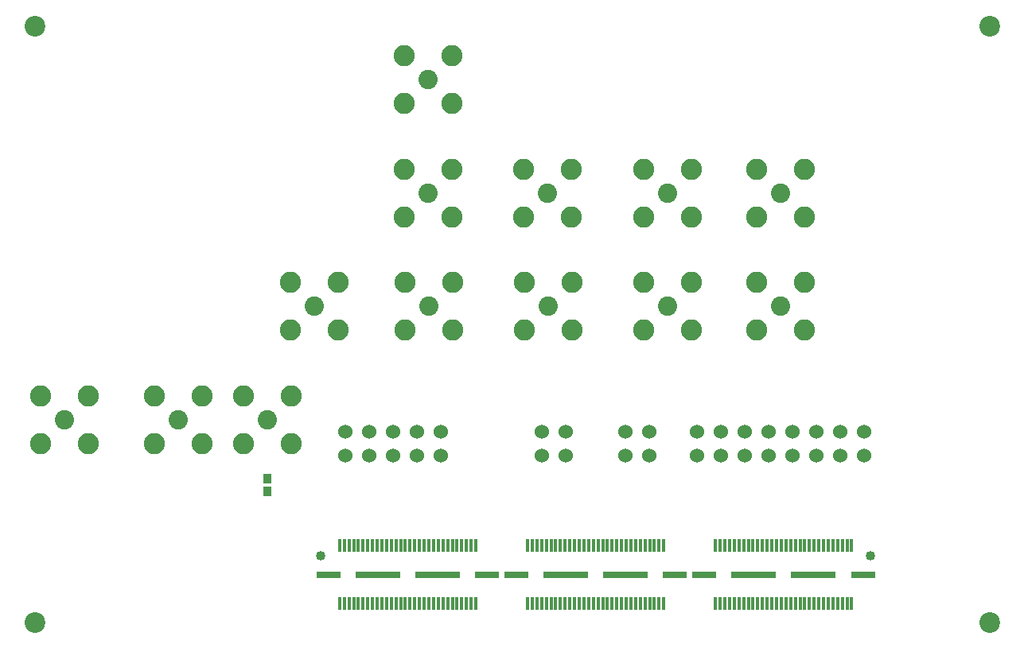
<source format=gbr>
%TF.GenerationSoftware,KiCad,Pcbnew,(6.0.8)*%
%TF.CreationDate,2022-10-28T14:48:27+02:00*%
%TF.ProjectId,XEM8350-BRK-MC1,58454d38-3335-4302-9d42-524b2d4d4331,rev?*%
%TF.SameCoordinates,Original*%
%TF.FileFunction,Soldermask,Top*%
%TF.FilePolarity,Negative*%
%FSLAX46Y46*%
G04 Gerber Fmt 4.6, Leading zero omitted, Abs format (unit mm)*
G04 Created by KiCad (PCBNEW (6.0.8)) date 2022-10-28 14:48:27*
%MOMM*%
%LPD*%
G01*
G04 APERTURE LIST*
%ADD10R,0.960000X1.130000*%
%ADD11C,1.020000*%
%ADD12R,0.305000X1.450000*%
%ADD13R,2.540000X0.640000*%
%ADD14R,4.700000X0.640000*%
%ADD15C,2.050000*%
%ADD16C,2.250000*%
%ADD17C,1.524000*%
%ADD18C,2.200000*%
G04 APERTURE END LIST*
D10*
%TO.C,R1*%
X113665000Y-124431000D03*
X113665000Y-125759000D03*
%TD*%
D11*
%TO.C,MC1*%
X119350000Y-132590000D03*
X177830000Y-132590000D03*
D12*
X121340000Y-131534000D03*
X121340000Y-137706000D03*
X121840000Y-131534000D03*
X121840000Y-137706000D03*
X122340000Y-131534000D03*
X122340000Y-137706000D03*
X122840000Y-131534000D03*
X122840000Y-137706000D03*
X123340000Y-131534000D03*
X123340000Y-137706000D03*
X123840000Y-131534000D03*
X123840000Y-137706000D03*
X124340000Y-131534000D03*
X124340000Y-137706000D03*
X124840000Y-131534000D03*
X124840000Y-137706000D03*
X125340000Y-131534000D03*
X125340000Y-137706000D03*
X125840000Y-131534000D03*
X125840000Y-137706000D03*
X126340000Y-131534000D03*
X126340000Y-137706000D03*
X126840000Y-131534000D03*
X126840000Y-137706000D03*
X127340000Y-131534000D03*
X127340000Y-137706000D03*
X127840000Y-131534000D03*
X127840000Y-137706000D03*
X128340000Y-131534000D03*
X128340000Y-137706000D03*
X128840000Y-131534000D03*
X128840000Y-137706000D03*
X129340000Y-131534000D03*
X129340000Y-137706000D03*
X129840000Y-131534000D03*
X129840000Y-137706000D03*
X130340000Y-131534000D03*
X130340000Y-137706000D03*
X130840000Y-131534000D03*
X130840000Y-137706000D03*
X131340000Y-131534000D03*
X131340000Y-137706000D03*
X131840000Y-131534000D03*
X131840000Y-137706000D03*
X132340000Y-131534000D03*
X132340000Y-137706000D03*
X132840000Y-131534000D03*
X132840000Y-137706000D03*
X133340000Y-131534000D03*
X133340000Y-137706000D03*
X133840000Y-131534000D03*
X133840000Y-137706000D03*
X134340000Y-131534000D03*
X134340000Y-137706000D03*
X134840000Y-131534000D03*
X134840000Y-137706000D03*
X135340000Y-131534000D03*
X135340000Y-137706000D03*
X135840000Y-131534000D03*
X135840000Y-137706000D03*
D13*
X120145000Y-134620000D03*
X137035000Y-134620000D03*
D14*
X125415000Y-134620000D03*
X131765000Y-134620000D03*
D12*
X141340000Y-131534000D03*
X141340000Y-137706000D03*
X141840000Y-131534000D03*
X141840000Y-137706000D03*
X142340000Y-131534000D03*
X142340000Y-137706000D03*
X142840000Y-131534000D03*
X142840000Y-137706000D03*
X143340000Y-131534000D03*
X143340000Y-137706000D03*
X143840000Y-131534000D03*
X143840000Y-137706000D03*
X144340000Y-131534000D03*
X144340000Y-137706000D03*
X144840000Y-131534000D03*
X144840000Y-137706000D03*
X145340000Y-131534000D03*
X145340000Y-137706000D03*
X145840000Y-131534000D03*
X145840000Y-137706000D03*
X146340000Y-131534000D03*
X146340000Y-137706000D03*
X146840000Y-131534000D03*
X146840000Y-137706000D03*
X147340000Y-131534000D03*
X147340000Y-137706000D03*
X147840000Y-131534000D03*
X147840000Y-137706000D03*
X148340000Y-131534000D03*
X148340000Y-137706000D03*
X148840000Y-131534000D03*
X148840000Y-137706000D03*
X149340000Y-131534000D03*
X149340000Y-137706000D03*
X149840000Y-131534000D03*
X149840000Y-137706000D03*
X150340000Y-131534000D03*
X150340000Y-137706000D03*
X150840000Y-131534000D03*
X150840000Y-137706000D03*
X151340000Y-131534000D03*
X151340000Y-137706000D03*
X151840000Y-131534000D03*
X151840000Y-137706000D03*
X152340000Y-131534000D03*
X152340000Y-137706000D03*
X152840000Y-131534000D03*
X152840000Y-137706000D03*
X153340000Y-131534000D03*
X153340000Y-137706000D03*
X153840000Y-131534000D03*
X153840000Y-137706000D03*
X154340000Y-131534000D03*
X154340000Y-137706000D03*
X154840000Y-131534000D03*
X154840000Y-137706000D03*
X155340000Y-131534000D03*
X155340000Y-137706000D03*
X155840000Y-131534000D03*
X155840000Y-137706000D03*
D13*
X140145000Y-134620000D03*
X157035000Y-134620000D03*
D14*
X145415000Y-134620000D03*
X151765000Y-134620000D03*
D12*
X161340000Y-131534000D03*
X161340000Y-137706000D03*
X161840000Y-131534000D03*
X161840000Y-137706000D03*
X162340000Y-131534000D03*
X162340000Y-137706000D03*
X162840000Y-131534000D03*
X162840000Y-137706000D03*
X163340000Y-131534000D03*
X163340000Y-137706000D03*
X163840000Y-131534000D03*
X163840000Y-137706000D03*
X164340000Y-131534000D03*
X164340000Y-137706000D03*
X164840000Y-131534000D03*
X164840000Y-137706000D03*
X165340000Y-131534000D03*
X165340000Y-137706000D03*
X165840000Y-131534000D03*
X165840000Y-137706000D03*
X166340000Y-131534000D03*
X166340000Y-137706000D03*
X166840000Y-131534000D03*
X166840000Y-137706000D03*
X167340000Y-131534000D03*
X167340000Y-137706000D03*
X167840000Y-131534000D03*
X167840000Y-137706000D03*
X168340000Y-131534000D03*
X168340000Y-137706000D03*
X168840000Y-131534000D03*
X168840000Y-137706000D03*
X169340000Y-131534000D03*
X169340000Y-137706000D03*
X169840000Y-131534000D03*
X169840000Y-137706000D03*
X170340000Y-131534000D03*
X170340000Y-137706000D03*
X170840000Y-131534000D03*
X170840000Y-137706000D03*
X171340000Y-131534000D03*
X171340000Y-137706000D03*
X171840000Y-131534000D03*
X171840000Y-137706000D03*
X172340000Y-131534000D03*
X172340000Y-137706000D03*
X172840000Y-131534000D03*
X172840000Y-137706000D03*
X173340000Y-131534000D03*
X173340000Y-137706000D03*
X173840000Y-131534000D03*
X173840000Y-137706000D03*
X174340000Y-131534000D03*
X174340000Y-137706000D03*
X174840000Y-131534000D03*
X174840000Y-137706000D03*
X175340000Y-131534000D03*
X175340000Y-137706000D03*
X175840000Y-131534000D03*
X175840000Y-137706000D03*
D13*
X160145000Y-134620000D03*
X177035000Y-134620000D03*
D14*
X165415000Y-134620000D03*
X171765000Y-134620000D03*
%TD*%
D15*
%TO.C,P20*%
X92075000Y-118110000D03*
D16*
X94615000Y-120650000D03*
X89535000Y-120650000D03*
X89535000Y-115570000D03*
X94615000Y-115570000D03*
%TD*%
D17*
%TO.C,P25*%
X129540000Y-121920000D03*
%TD*%
D15*
%TO.C,P87*%
X143449050Y-93980000D03*
D16*
X140909050Y-96520000D03*
X140909050Y-91440000D03*
X145989050Y-96520000D03*
X145989050Y-91440000D03*
%TD*%
D18*
%TO.C,REF\u002A\u002A*%
X190500000Y-139700000D03*
%TD*%
D17*
%TO.C,G3*%
X127000000Y-119380000D03*
%TD*%
%TO.C,G6*%
X142875000Y-119380000D03*
%TD*%
D15*
%TO.C,P97*%
X156215629Y-106045000D03*
D16*
X153675629Y-108585000D03*
X158755629Y-103505000D03*
X153675629Y-103505000D03*
X158755629Y-108585000D03*
%TD*%
D17*
%TO.C,P121*%
X159385000Y-121920000D03*
%TD*%
%TO.C,P131*%
X172085000Y-121920000D03*
%TD*%
%TO.C,P91*%
X142875000Y-121920000D03*
%TD*%
D18*
%TO.C,REF\u002A\u002A*%
X88900000Y-139700000D03*
%TD*%
D17*
%TO.C,G5*%
X132080000Y-119380000D03*
%TD*%
D15*
%TO.C,P41*%
X130789684Y-93980000D03*
D16*
X128249684Y-96520000D03*
X128249684Y-91440000D03*
X133329684Y-96520000D03*
X133329684Y-91440000D03*
%TD*%
D17*
%TO.C,G10*%
X159385000Y-119380000D03*
%TD*%
D15*
%TO.C,P17*%
X113665000Y-118110000D03*
D16*
X111125000Y-120650000D03*
X111125000Y-115570000D03*
X116205000Y-120650000D03*
X116205000Y-115570000D03*
%TD*%
D15*
%TO.C,P33*%
X118676250Y-106045000D03*
D16*
X121216250Y-103505000D03*
X121216250Y-108585000D03*
X116136250Y-103505000D03*
X116136250Y-108585000D03*
%TD*%
D17*
%TO.C,P123*%
X161925000Y-121920000D03*
%TD*%
D15*
%TO.C,P89*%
X143510000Y-106045000D03*
D16*
X146050000Y-108585000D03*
X146050000Y-103505000D03*
X140970000Y-108585000D03*
X140970000Y-103505000D03*
%TD*%
D17*
%TO.C,G12*%
X164465000Y-119380000D03*
%TD*%
%TO.C,G8*%
X151765000Y-119380000D03*
%TD*%
%TO.C,G9*%
X154305000Y-119380000D03*
%TD*%
D15*
%TO.C,P111*%
X168275000Y-93980000D03*
D16*
X170815000Y-91440000D03*
X170815000Y-96520000D03*
X165735000Y-96520000D03*
X165735000Y-91440000D03*
%TD*%
D17*
%TO.C,G15*%
X172085000Y-119380000D03*
%TD*%
%TO.C,G17*%
X177165000Y-119380000D03*
%TD*%
%TO.C,P135*%
X177165000Y-121920000D03*
%TD*%
%TO.C,P133*%
X174625000Y-121920000D03*
%TD*%
%TO.C,G16*%
X174625000Y-119380000D03*
%TD*%
D15*
%TO.C,P43*%
X130789684Y-81915000D03*
D16*
X133329684Y-84455000D03*
X128249684Y-84455000D03*
X128249684Y-79375000D03*
X133329684Y-79375000D03*
%TD*%
D17*
%TO.C,P129*%
X169545000Y-121920000D03*
%TD*%
%TO.C,P21*%
X124460000Y-121920000D03*
%TD*%
D18*
%TO.C,REF\u002A\u002A*%
X88900000Y-76200000D03*
%TD*%
D17*
%TO.C,G7*%
X145415000Y-119380000D03*
%TD*%
%TO.C,G14*%
X169545000Y-119380000D03*
%TD*%
D15*
%TO.C,P18*%
X104140000Y-118110000D03*
D16*
X101600000Y-115570000D03*
X106680000Y-120650000D03*
X106680000Y-115570000D03*
X101600000Y-120650000D03*
%TD*%
D15*
%TO.C,P35*%
X130810000Y-106045000D03*
D16*
X128270000Y-108585000D03*
X128270000Y-103505000D03*
X133350000Y-108585000D03*
X133350000Y-103505000D03*
%TD*%
D17*
%TO.C,G2*%
X124460000Y-119380000D03*
%TD*%
%TO.C,P125*%
X164465000Y-121920000D03*
%TD*%
D15*
%TO.C,P95*%
X156210000Y-93980000D03*
D16*
X153670000Y-91440000D03*
X158750000Y-91440000D03*
X158750000Y-96520000D03*
X153670000Y-96520000D03*
%TD*%
D17*
%TO.C,G4*%
X129540000Y-119380000D03*
%TD*%
%TO.C,P93*%
X145415000Y-121920000D03*
%TD*%
%TO.C,P127*%
X167005000Y-121920000D03*
%TD*%
%TO.C,G13*%
X167005000Y-119380000D03*
%TD*%
%TO.C,P23*%
X127000000Y-121920000D03*
%TD*%
%TO.C,G1*%
X121920000Y-119380000D03*
%TD*%
D18*
%TO.C,REF\u002A\u002A*%
X190500000Y-76200000D03*
%TD*%
D17*
%TO.C,P103*%
X151765000Y-121920000D03*
%TD*%
%TO.C,P105*%
X154305000Y-121920000D03*
%TD*%
%TO.C,P27*%
X132080000Y-121920000D03*
%TD*%
%TO.C,G11*%
X161925000Y-119380000D03*
%TD*%
%TO.C,P19*%
X121920000Y-121920000D03*
%TD*%
D15*
%TO.C,P113*%
X168275000Y-106045000D03*
D16*
X165735000Y-108585000D03*
X170815000Y-108585000D03*
X165735000Y-103505000D03*
X170815000Y-103505000D03*
%TD*%
M02*

</source>
